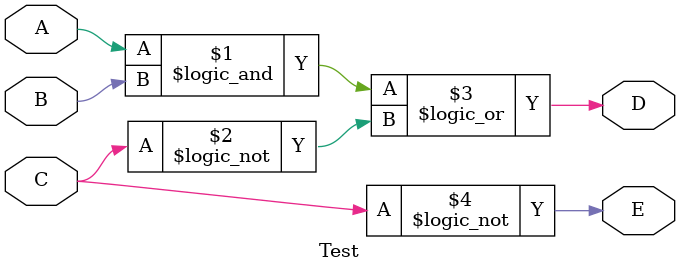
<source format=v>
`timescale 1ns / 1ps
module Test(A,B,C,D,E);

input A,B,C;
output D,E;

assign D = (A && B) || (!C);
assign E = (!C);

endmodule

</source>
